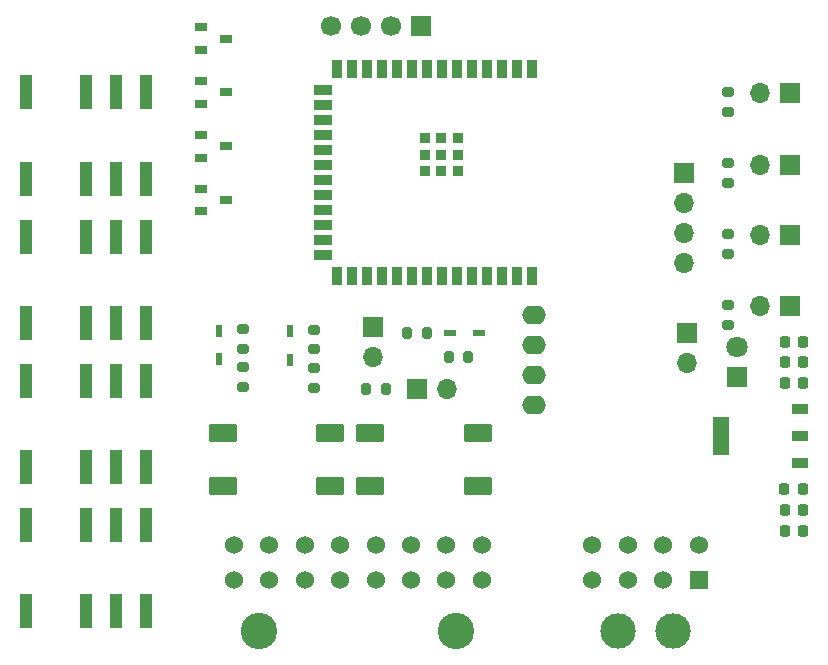
<source format=gbr>
%TF.GenerationSoftware,KiCad,Pcbnew,9.0.3*%
%TF.CreationDate,2025-07-23T10:37:13+02:00*%
%TF.ProjectId,DinoSpand_v2.0,44696e6f-5370-4616-9e64-5f76322e302e,rev?*%
%TF.SameCoordinates,Original*%
%TF.FileFunction,Soldermask,Top*%
%TF.FilePolarity,Negative*%
%FSLAX46Y46*%
G04 Gerber Fmt 4.6, Leading zero omitted, Abs format (unit mm)*
G04 Created by KiCad (PCBNEW 9.0.3) date 2025-07-23 10:37:13*
%MOMM*%
%LPD*%
G01*
G04 APERTURE LIST*
G04 Aperture macros list*
%AMRoundRect*
0 Rectangle with rounded corners*
0 $1 Rounding radius*
0 $2 $3 $4 $5 $6 $7 $8 $9 X,Y pos of 4 corners*
0 Add a 4 corners polygon primitive as box body*
4,1,4,$2,$3,$4,$5,$6,$7,$8,$9,$2,$3,0*
0 Add four circle primitives for the rounded corners*
1,1,$1+$1,$2,$3*
1,1,$1+$1,$4,$5*
1,1,$1+$1,$6,$7*
1,1,$1+$1,$8,$9*
0 Add four rect primitives between the rounded corners*
20,1,$1+$1,$2,$3,$4,$5,0*
20,1,$1+$1,$4,$5,$6,$7,0*
20,1,$1+$1,$6,$7,$8,$9,0*
20,1,$1+$1,$8,$9,$2,$3,0*%
G04 Aperture macros list end*
%ADD10C,1.530000*%
%ADD11C,3.080000*%
%ADD12R,1.530000X1.530000*%
%ADD13C,3.000000*%
%ADD14R,1.000000X0.500000*%
%ADD15RoundRect,0.225000X0.225000X0.250000X-0.225000X0.250000X-0.225000X-0.250000X0.225000X-0.250000X0*%
%ADD16R,0.500000X1.000000*%
%ADD17R,1.700000X1.700000*%
%ADD18O,1.700000X1.700000*%
%ADD19R,1.100000X0.650000*%
%ADD20C,1.700000*%
%ADD21RoundRect,0.200000X-0.275000X0.200000X-0.275000X-0.200000X0.275000X-0.200000X0.275000X0.200000X0*%
%ADD22RoundRect,0.102000X-1.050000X-0.700000X1.050000X-0.700000X1.050000X0.700000X-1.050000X0.700000X0*%
%ADD23R,1.100000X3.000000*%
%ADD24R,1.350000X0.950000*%
%ADD25R,1.350000X3.250000*%
%ADD26R,1.800000X1.800000*%
%ADD27C,1.800000*%
%ADD28RoundRect,0.200000X-0.200000X-0.275000X0.200000X-0.275000X0.200000X0.275000X-0.200000X0.275000X0*%
%ADD29RoundRect,0.200000X0.275000X-0.200000X0.275000X0.200000X-0.275000X0.200000X-0.275000X-0.200000X0*%
%ADD30R,0.900000X1.500000*%
%ADD31R,1.500000X0.900000*%
%ADD32R,0.900000X0.900000*%
%ADD33O,2.000000X1.600000*%
G04 APERTURE END LIST*
D10*
%TO.C,J3*%
X110650000Y-88672500D03*
X110650000Y-85672500D03*
X113650000Y-88672500D03*
X113650000Y-85672500D03*
X116650000Y-88672500D03*
X116650000Y-85672500D03*
X119650000Y-88672500D03*
X119650000Y-85672500D03*
X122650000Y-88672500D03*
X122650000Y-85672500D03*
X125650000Y-88672500D03*
X125650000Y-85672500D03*
X128650000Y-88672500D03*
X128650000Y-85672500D03*
X131650000Y-88672500D03*
X131650000Y-85672500D03*
D11*
X129500000Y-92992500D03*
X112800000Y-92992500D03*
%TD*%
D10*
%TO.C,J11*%
X141000000Y-85680000D03*
X144000000Y-85680000D03*
X147000000Y-85680000D03*
X150000000Y-85680000D03*
X141000000Y-88680000D03*
X144000000Y-88680000D03*
X147000000Y-88680000D03*
D12*
X150000000Y-88680000D03*
D13*
X147850000Y-93000000D03*
X143150000Y-93000000D03*
%TD*%
D14*
%TO.C,D7*%
X128975000Y-67785000D03*
X131375000Y-67785000D03*
%TD*%
D15*
%TO.C,C7*%
X158845000Y-72000000D03*
X157295000Y-72000000D03*
%TD*%
%TO.C,C4*%
X158845000Y-82750000D03*
X157295000Y-82750000D03*
%TD*%
D16*
%TO.C,D5*%
X115425000Y-70010000D03*
X115425000Y-67610000D03*
%TD*%
D17*
%TO.C,J4*%
X126175000Y-72510000D03*
D18*
X128715000Y-72510000D03*
%TD*%
D19*
%TO.C,Q2*%
X107900000Y-46440000D03*
X107900000Y-48360000D03*
X110000000Y-47400000D03*
%TD*%
D17*
%TO.C,J10*%
X157750000Y-65500000D03*
D18*
X155210000Y-65500000D03*
%TD*%
D17*
%TO.C,J6*%
X126500000Y-41750000D03*
D20*
X123960000Y-41750000D03*
X121420000Y-41750000D03*
X118880000Y-41750000D03*
%TD*%
D21*
%TO.C,R21*%
X152500000Y-59400000D03*
X152500000Y-61050000D03*
%TD*%
D22*
%TO.C,S1*%
X109700000Y-76250000D03*
X118800000Y-76250000D03*
X109700000Y-80750000D03*
X118800000Y-80750000D03*
%TD*%
D15*
%TO.C,C8*%
X158845000Y-70250000D03*
X157295000Y-70250000D03*
%TD*%
D23*
%TO.C,K3*%
X93075000Y-79090000D03*
X98155000Y-79090000D03*
X100695000Y-79090000D03*
X103235000Y-79090000D03*
X103235000Y-71800000D03*
X100695000Y-71800000D03*
X98155000Y-71800000D03*
X93075000Y-71800000D03*
%TD*%
D17*
%TO.C,J9*%
X157750000Y-59475000D03*
D18*
X155210000Y-59475000D03*
%TD*%
D24*
%TO.C,U3*%
X158600000Y-78800000D03*
X158600000Y-76500000D03*
X158600000Y-74200000D03*
D25*
X151900000Y-76500000D03*
%TD*%
D17*
%TO.C,J5*%
X122450000Y-67285000D03*
D18*
X122450000Y-69825000D03*
%TD*%
D15*
%TO.C,C6*%
X158820000Y-81000000D03*
X157270000Y-81000000D03*
%TD*%
D26*
%TO.C,D16*%
X153250000Y-71520000D03*
D27*
X153250000Y-68980000D03*
%TD*%
D22*
%TO.C,S2*%
X122200000Y-76250000D03*
X131300000Y-76250000D03*
X122200000Y-80750000D03*
X131300000Y-80750000D03*
%TD*%
D19*
%TO.C,Q4*%
X107900000Y-55540000D03*
X107900000Y-57460000D03*
X110000000Y-56500000D03*
%TD*%
D16*
%TO.C,D4*%
X109425000Y-69960000D03*
X109425000Y-67560000D03*
%TD*%
D23*
%TO.C,K1*%
X93075000Y-54690000D03*
X98155000Y-54690000D03*
X100695000Y-54690000D03*
X103235000Y-54690000D03*
X103235000Y-47400000D03*
X100695000Y-47400000D03*
X98155000Y-47400000D03*
X93075000Y-47400000D03*
%TD*%
D19*
%TO.C,Q1*%
X107900000Y-41890000D03*
X107900000Y-43810000D03*
X110000000Y-42850000D03*
%TD*%
D28*
%TO.C,R16*%
X121850000Y-72535000D03*
X123500000Y-72535000D03*
%TD*%
D21*
%TO.C,R22*%
X152500000Y-65400000D03*
X152500000Y-67050000D03*
%TD*%
D29*
%TO.C,R8*%
X111425000Y-72335000D03*
X111425000Y-70685000D03*
%TD*%
D17*
%TO.C,J1*%
X148750000Y-54250000D03*
D18*
X148750000Y-56790000D03*
X148750000Y-59330000D03*
X148750000Y-61870000D03*
%TD*%
D17*
%TO.C,J8*%
X157750000Y-53500000D03*
D18*
X155210000Y-53500000D03*
%TD*%
D19*
%TO.C,Q3*%
X107900000Y-50990000D03*
X107900000Y-52910000D03*
X110000000Y-51950000D03*
%TD*%
D30*
%TO.C,U2*%
X135935000Y-45425000D03*
X134665000Y-45425000D03*
X133395000Y-45425000D03*
X132125000Y-45425000D03*
X130855000Y-45425000D03*
X129585000Y-45425000D03*
X128315000Y-45425000D03*
X127045000Y-45425000D03*
X125775000Y-45425000D03*
X124505000Y-45425000D03*
X123235000Y-45425000D03*
X121965000Y-45425000D03*
X120695000Y-45425000D03*
X119425000Y-45425000D03*
D31*
X118175000Y-47190000D03*
X118175000Y-48460000D03*
X118175000Y-49730000D03*
X118175000Y-51000000D03*
X118175000Y-52270000D03*
X118175000Y-53540000D03*
X118175000Y-54810000D03*
X118175000Y-56080000D03*
X118175000Y-57350000D03*
X118175000Y-58620000D03*
X118175000Y-59890000D03*
X118175000Y-61160000D03*
D30*
X119425000Y-62925000D03*
X120695000Y-62925000D03*
X121965000Y-62925000D03*
X123235000Y-62925000D03*
X124505000Y-62925000D03*
X125775000Y-62925000D03*
X127045000Y-62925000D03*
X128315000Y-62925000D03*
X129585000Y-62925000D03*
X130855000Y-62925000D03*
X132125000Y-62925000D03*
X133395000Y-62925000D03*
X134665000Y-62925000D03*
X135935000Y-62925000D03*
D32*
X128215000Y-52675000D03*
X128215000Y-54075000D03*
X129615000Y-54075000D03*
X129615000Y-52675000D03*
X129615000Y-51275000D03*
X128215000Y-51275000D03*
X126815000Y-51275000D03*
X126815000Y-52675000D03*
X126815000Y-54075000D03*
%TD*%
D17*
%TO.C,J2*%
X149000000Y-67750000D03*
D18*
X149000000Y-70290000D03*
%TD*%
D29*
%TO.C,R9*%
X111425000Y-69085000D03*
X111425000Y-67435000D03*
%TD*%
D21*
%TO.C,R19*%
X152500000Y-47400000D03*
X152500000Y-49050000D03*
%TD*%
D29*
%TO.C,R13*%
X117425000Y-69135000D03*
X117425000Y-67485000D03*
%TD*%
D28*
%TO.C,R17*%
X128850000Y-69785000D03*
X130500000Y-69785000D03*
%TD*%
D23*
%TO.C,K2*%
X93075000Y-66890000D03*
X98155000Y-66890000D03*
X100695000Y-66890000D03*
X103235000Y-66890000D03*
X103235000Y-59600000D03*
X100695000Y-59600000D03*
X98155000Y-59600000D03*
X93075000Y-59600000D03*
%TD*%
D21*
%TO.C,R20*%
X152500000Y-53400000D03*
X152500000Y-55050000D03*
%TD*%
D15*
%TO.C,C5*%
X158845000Y-84500000D03*
X157295000Y-84500000D03*
%TD*%
D23*
%TO.C,K4*%
X93075000Y-91290000D03*
X98155000Y-91290000D03*
X100695000Y-91290000D03*
X103235000Y-91290000D03*
X103235000Y-84000000D03*
X100695000Y-84000000D03*
X98155000Y-84000000D03*
X93075000Y-84000000D03*
%TD*%
D28*
%TO.C,R18*%
X125350000Y-67785000D03*
X127000000Y-67785000D03*
%TD*%
D29*
%TO.C,R12*%
X117425000Y-72385000D03*
X117425000Y-70735000D03*
%TD*%
D15*
%TO.C,C9*%
X158845000Y-68500000D03*
X157295000Y-68500000D03*
%TD*%
D33*
%TO.C,U1*%
X136100000Y-73870000D03*
X136100000Y-71330000D03*
X136100000Y-68790000D03*
X136100000Y-66250000D03*
%TD*%
D17*
%TO.C,J7*%
X157750000Y-47475000D03*
D18*
X155210000Y-47475000D03*
%TD*%
M02*

</source>
